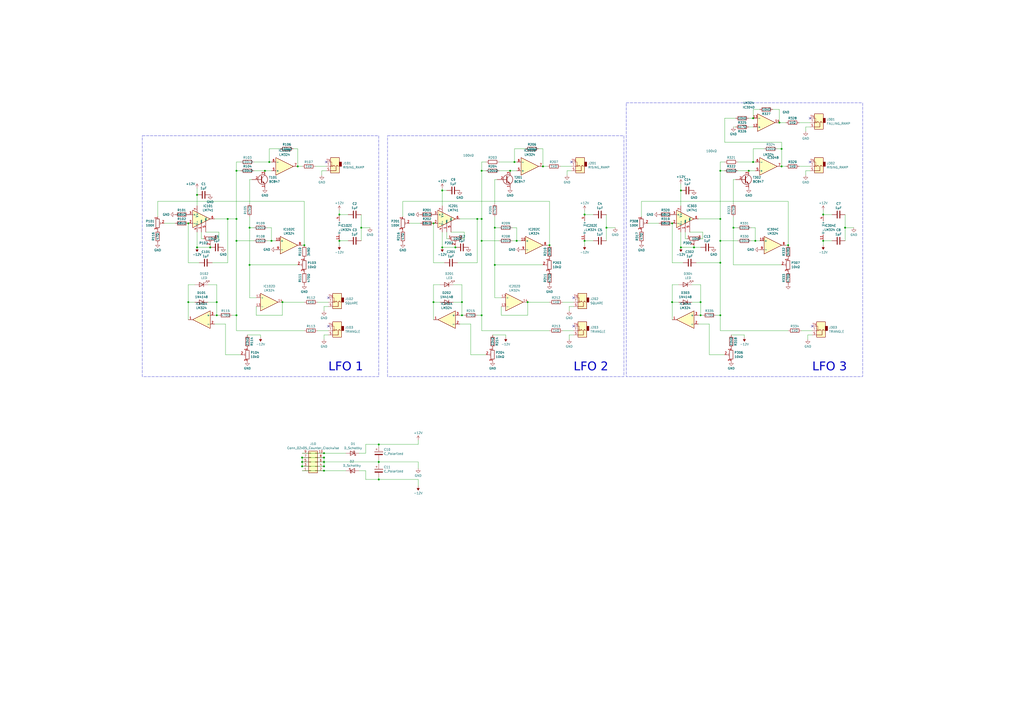
<source format=kicad_sch>
(kicad_sch (version 20230121) (generator eeschema)
  (paper "A2")
  (lib_symbols
    (symbol "Amplifier_Operational:LM324" (pin_names (offset 0.127))
      (property "Reference" "U" (at 0 5.08 0))
      (property "Value" "LM324" (at 0 -5.08 0))
      (symbol "LM324_1_1"
        (pin output line (at 7.62 0 180) (length 2.54) (name "~") (number "1"))
        (pin input line (at -7.62 -2.54 0) (length 2.54) (name "-") (number "2"))
        (pin input line (at -7.62 2.54 0) (length 2.54) (name "+") (number "3"))
      )
      (symbol "LM324_2_1"
        (pin input line (at -7.62 2.54 0) (length 2.54) (name "+") (number "5"))
        (pin input line (at -7.62 -2.54 0) (length 2.54) (name "-") (number "6"))
        (pin output line (at 7.62 0 180) (length 2.54) (name "~") (number "7"))
      )
      (symbol "LM324_3_1"
        (pin input line (at -7.62 2.54 0) (length 2.54) (name "+") (number "10"))
        (pin output line (at 7.62 0 180) (length 2.54) (name "~") (number "8"))
        (pin input line (at -7.62 -2.54 0) (length 2.54) (name "-") (number "9"))
      )
      (symbol "LM324_4_1"
        (pin input line (at -7.62 2.54 0) (length 2.54) (name "+") (number "12"))
        (pin input line (at -7.62 -2.54 0) (length 2.54) (name "-") (number "13"))
        (pin output line (at 7.62 0 180) (length 2.54) (name "~") (number "14"))
      )
      (symbol "LM324_5_1"
        (pin power_in line (at -2.54 -7.62 90) (length 3.81) (name "V-") (number "11"))
        (pin power_in line (at -2.54 7.62 270) (length 3.81) (name "V+") (number "4"))
      )
    )
    (symbol "Amplifier_Operational:LM741" (pin_names (offset 0.127))
      (property "Reference" "U" (at 0 6.35 0))
      (property "Value" "LM741" (at 0 3.81 0))
      (symbol "LM741_1_1"
        (pin input line (at 0 -7.62 90) (length 5.08) (name "NULL") (number "1"))
        (pin input line (at -7.62 -2.54 0) (length 2.54) (name "-") (number "2"))
        (pin input line (at -7.62 2.54 0) (length 2.54) (name "+") (number "3"))
        (pin power_in line (at -2.54 -7.62 90) (length 3.81) (name "V-") (number "4"))
        (pin input line (at 2.54 -7.62 90) (length 6.35) (name "NULL") (number "5"))
        (pin output line (at 7.62 0 180) (length 2.54) (name "~") (number "6"))
        (pin power_in line (at -2.54 7.62 270) (length 3.81) (name "V+") (number "7"))
        (pin no_connect line (at 0 2.54 270) (length 2.54) hide (name "NC") (number "8"))
      )
    )
    (symbol "Connector_Audio:AudioJack2_SwitchT"
      (property "Reference" "J" (at 0 8.89 0))
      (property "Value" "AudioJack2_SwitchT" (at 0 6.35 0))
      (symbol "AudioJack2_SwitchT_1_1"
        (pin passive line (at 5.08 2.54 180) (length 2.54) (name "~") (number "S"))
        (pin passive line (at 5.08 0 180) (length 2.54) (name "~") (number "T"))
        (pin passive line (at 5.08 -2.54 180) (length 2.54) (name "~") (number "TN"))
      )
    )
    (symbol "Connector_Generic:Conn_02x05_Odd_Even" (pin_names (offset 1.016) hide)
      (property "Reference" "J" (at 1.27 7.62 0))
      (property "Value" "Conn_02x05_Odd_Even" (at 1.27 -7.62 0))
      (symbol "Conn_02x05_Odd_Even_1_1"
        (pin passive line (at -5.08 5.08 0) (length 3.81) (name "Pin_1") (number "1"))
        (pin passive line (at 7.62 -5.08 180) (length 3.81) (name "Pin_10") (number "10"))
        (pin passive line (at 7.62 5.08 180) (length 3.81) (name "Pin_2") (number "2"))
        (pin passive line (at -5.08 2.54 0) (length 3.81) (name "Pin_3") (number "3"))
        (pin passive line (at 7.62 2.54 180) (length 3.81) (name "Pin_4") (number "4"))
        (pin passive line (at -5.08 0 0) (length 3.81) (name "Pin_5") (number "5"))
        (pin passive line (at 7.62 0 180) (length 3.81) (name "Pin_6") (number "6"))
        (pin passive line (at -5.08 -2.54 0) (length 3.81) (name "Pin_7") (number "7"))
        (pin passive line (at 7.62 -2.54 180) (length 3.81) (name "Pin_8") (number "8"))
        (pin passive line (at -5.08 -5.08 0) (length 3.81) (name "Pin_9") (number "9"))
      )
    )
    (symbol "Device:C" (pin_numbers hide) (pin_names (offset 0.254))
      (property "Reference" "C" (at 0.635 2.54 0))
      (property "Value" "C" (at 0.635 -2.54 0))
      (symbol "C_1_1"
        (pin passive line (at 0 3.81 270) (length 2.794) (name "~") (number "1"))
        (pin passive line (at 0 -3.81 90) (length 2.794) (name "~") (number "2"))
      )
    )
    (symbol "Device:C_Polarized" (pin_numbers hide) (pin_names (offset 0.254))
      (property "Reference" "C" (at 0.635 2.54 0))
      (property "Value" "C_Polarized" (at 0.635 -2.54 0))
      (symbol "C_Polarized_1_1"
        (pin passive line (at 0 3.81 270) (length 2.794) (name "~") (number "1"))
        (pin passive line (at 0 -3.81 90) (length 2.794) (name "~") (number "2"))
      )
    )
    (symbol "Device:D" (pin_numbers hide) (pin_names (offset 1.016) hide)
      (property "Reference" "D" (at 0 2.54 0))
      (property "Value" "D" (at 0 -2.54 0))
      (symbol "D_1_1"
        (pin passive line (at -3.81 0 0) (length 2.54) (name "K") (number "1"))
        (pin passive line (at 3.81 0 180) (length 2.54) (name "A") (number "2"))
      )
    )
    (symbol "Device:D_Schottky" (pin_numbers hide) (pin_names (offset 1.016) hide)
      (property "Reference" "D" (at 0 2.54 0))
      (property "Value" "D_Schottky" (at 0 -2.54 0))
      (symbol "D_Schottky_1_1"
        (pin passive line (at -3.81 0 0) (length 2.54) (name "K") (number "1"))
        (pin passive line (at 3.81 0 180) (length 2.54) (name "A") (number "2"))
      )
    )
    (symbol "Device:LED" (pin_numbers hide) (pin_names (offset 1.016) hide)
      (property "Reference" "D" (at 0 2.54 0))
      (property "Value" "LED" (at 0 -2.54 0))
      (symbol "LED_1_1"
        (pin passive line (at -3.81 0 0) (length 2.54) (name "K") (number "1"))
        (pin passive line (at 3.81 0 180) (length 2.54) (name "A") (number "2"))
      )
    )
    (symbol "Device:R" (pin_numbers hide) (pin_names (offset 0))
      (property "Reference" "R" (at 2.032 0 90))
      (property "Value" "R" (at 0 0 90))
      (symbol "R_1_1"
        (pin passive line (at 0 3.81 270) (length 1.27) (name "~") (number "1"))
        (pin passive line (at 0 -3.81 90) (length 1.27) (name "~") (number "2"))
      )
    )
    (symbol "Device:R_Potentiometer_Trim" (pin_names (offset 1.016) hide)
      (property "Reference" "RV" (at -4.445 0 90))
      (property "Value" "R_Potentiometer_Trim" (at -2.54 0 90))
      (symbol "R_Potentiometer_Trim_1_1"
        (pin passive line (at 0 3.81 270) (length 1.27) (name "1") (number "1"))
        (pin passive line (at 3.81 0 180) (length 1.27) (name "2") (number "2"))
        (pin passive line (at 0 -3.81 90) (length 1.27) (name "3") (number "3"))
      )
    )
    (symbol "Transistor_BJT:BC108" (pin_names (offset 0) hide)
      (property "Reference" "Q" (at 5.08 1.905 0))
      (property "Value" "BC108" (at 5.08 0 0))
      (symbol "BC108_1_1"
        (pin passive line (at 2.54 -5.08 90) (length 2.54) (name "E") (number "1"))
        (pin input line (at -5.08 0 0) (length 5.715) (name "B") (number "2"))
        (pin passive line (at 2.54 5.08 270) (length 2.54) (name "C") (number "3"))
      )
    )
    (symbol "power:+12V" (power) (pin_names (offset 0))
      (property "Value" "+12V" (at 0 3.556 0))
      (symbol "+12V_1_1"
        (pin power_in line (at 0 0 90) (length 0) hide (name "+12V") (number "1"))
      )
    )
    (symbol "power:-12V" (power) (pin_names (offset 0))
      (property "Value" "-12V" (at 0 3.81 0))
      (symbol "-12V_0_0"
        (pin power_in line (at 0 0 90) (length 0) hide (name "-12V") (number "1"))
      )
    )
    (symbol "power:GND" (power) (pin_names (offset 0))
      (property "Value" "GND" (at 0 -3.81 0))
      (symbol "GND_1_1"
        (pin power_in line (at 0 0 270) (length 0) hide (name "GND") (number "1"))
      )
    )
  )
  (junction (at 187.96 270.51))
  (junction (at 339.09 139.7))
  (junction (at 256.54 143.51))
  (junction (at 436.88 68.58))
  (junction (at 187.96 267.97))
  (junction (at 144.78 153.67))
  (junction (at 175.26 267.97))
  (junction (at 163.83 175.26))
  (junction (at 156.21 93.98))
  (junction (at 295.91 99.06))
  (junction (at 417.83 152.4))
  (junction (at 434.34 99.06))
  (junction (at 187.96 262.89))
  (junction (at 125.73 175.26))
  (junction (at 196.85 139.7))
  (junction (at 109.22 129.54))
  (junction (at 137.16 99.06))
  (junction (at 306.07 175.26))
  (junction (at 457.2 142.24))
  (junction (at 314.96 96.52))
  (junction (at 298.45 93.98))
  (junction (at 425.45 132.08))
  (junction (at 256.54 110.49))
  (junction (at 279.4 127))
  (junction (at 209.55 132.08))
  (junction (at 402.59 143.51))
  (junction (at 153.67 99.06))
  (junction (at 251.46 175.26))
  (junction (at 267.97 182.88))
  (junction (at 121.92 143.51))
  (junction (at 452.12 71.12))
  (junction (at 351.79 132.08))
  (junction (at 144.78 132.08))
  (junction (at 394.97 110.49))
  (junction (at 137.16 139.7))
  (junction (at 187.96 273.05))
  (junction (at 109.22 175.26))
  (junction (at 172.72 96.52))
  (junction (at 114.3 113.03))
  (junction (at 453.39 86.36))
  (junction (at 287.02 132.08))
  (junction (at 406.4 182.88))
  (junction (at 417.83 139.7))
  (junction (at 276.86 127))
  (junction (at 267.97 175.26))
  (junction (at 318.77 142.24))
  (junction (at 417.83 182.88))
  (junction (at 187.96 265.43))
  (junction (at 299.72 139.7))
  (junction (at 436.88 93.98))
  (junction (at 279.4 182.88))
  (junction (at 287.02 153.67))
  (junction (at 438.15 139.7))
  (junction (at 406.4 175.26))
  (junction (at 176.53 142.24))
  (junction (at 219.71 267.97))
  (junction (at 132.08 127))
  (junction (at 453.39 96.52))
  (junction (at 279.4 99.06))
  (junction (at 490.22 132.08))
  (junction (at 279.4 139.7))
  (junction (at 219.71 278.13))
  (junction (at 264.16 143.51))
  (junction (at 339.09 124.46))
  (junction (at 125.73 182.88))
  (junction (at 157.48 139.7))
  (junction (at 417.83 127))
  (junction (at 417.83 99.06))
  (junction (at 175.26 270.51))
  (junction (at 137.16 182.88))
  (junction (at 477.52 139.7))
  (junction (at 114.3 143.51))
  (junction (at 137.16 127))
  (junction (at 389.89 129.54))
  (junction (at 394.97 143.51))
  (junction (at 219.71 257.81))
  (junction (at 175.26 265.43))
  (junction (at 251.46 129.54))
  (junction (at 477.52 124.46))
  (junction (at 196.85 124.46))
  (junction (at 389.89 175.26))
  (no_connect (at 331.47 93.98))
  (no_connect (at 469.9 68.58))
  (no_connect (at 190.5 172.72))
  (no_connect (at 469.9 93.98))
  (no_connect (at 190.5 189.23))
  (no_connect (at 332.74 189.23))
  (no_connect (at 189.23 93.98))
  (no_connect (at 471.17 189.23))
  (no_connect (at 332.74 172.72))
  (wire (pts (xy 175.26 142.24) (xy 176.53 142.24)))
  (wire (pts (xy 114.3 109.22) (xy 114.3 113.03)))
  (wire (pts (xy 287.02 153.67) (xy 287.02 172.72)))
  (wire (pts (xy 477.52 124.46) (xy 482.6 124.46)))
  (wire (pts (xy 389.89 165.1) (xy 389.89 175.26)))
  (wire (pts (xy 420.37 68.58) (xy 426.72 68.58)))
  (wire (pts (xy 273.05 205.74) (xy 273.05 187.96)))
  (wire (pts (xy 116.84 138.43) (xy 116.84 134.62)))
  (wire (pts (xy 209.55 132.08) (xy 209.55 139.7)))
  (wire (pts (xy 434.34 73.66) (xy 436.88 73.66)))
  (wire (pts (xy 389.89 129.54) (xy 389.89 152.4)))
  (wire (pts (xy 407.67 138.43) (xy 407.67 134.62)))
  (wire (pts (xy 331.47 99.06) (xy 328.93 99.06)))
  (wire (pts (xy 434.34 68.58) (xy 436.88 68.58)))
  (wire (pts (xy 436.88 63.5) (xy 440.69 63.5)))
  (wire (pts (xy 397.51 138.43) (xy 397.51 134.62)))
  (wire (pts (xy 279.4 99.06) (xy 281.94 99.06)))
  (wire (pts (xy 187.96 270.51) (xy 187.96 267.97)))
  (wire (pts (xy 417.83 99.06) (xy 417.83 127)))
  (wire (pts (xy 469.9 73.66) (xy 467.36 73.66)))
  (wire (pts (xy 139.7 93.98) (xy 137.16 93.98)))
  (wire (pts (xy 120.65 175.26) (xy 125.73 175.26)))
  (wire (pts (xy 438.15 132.08) (xy 438.15 139.7)))
  (wire (pts (xy 262.89 165.1) (xy 267.97 165.1)))
  (wire (pts (xy 452.12 63.5) (xy 452.12 71.12)))
  (wire (pts (xy 137.16 191.77) (xy 176.53 191.77)))
  (wire (pts (xy 251.46 129.54) (xy 251.46 152.4)))
  (wire (pts (xy 172.72 86.36) (xy 172.72 96.52)))
  (wire (pts (xy 332.74 177.8) (xy 330.2 177.8)))
  (wire (pts (xy 326.39 175.26) (xy 332.74 175.26)))
  (wire (pts (xy 425.45 73.66) (xy 426.72 73.66)))
  (wire (pts (xy 156.21 93.98) (xy 157.48 93.98)))
  (wire (pts (xy 144.78 104.14) (xy 146.05 104.14)))
  (wire (pts (xy 262.89 175.26) (xy 267.97 175.26)))
  (wire (pts (xy 394.97 134.62) (xy 394.97 143.51)))
  (wire (pts (xy 372.11 125.73) (xy 372.11 116.84)))
  (wire (pts (xy 295.91 99.06) (xy 299.72 99.06)))
  (wire (pts (xy 436.88 68.58) (xy 436.88 63.5)))
  (wire (pts (xy 184.15 191.77) (xy 190.5 191.77)))
  (wire (pts (xy 306.07 175.26) (xy 318.77 175.26)))
  (wire (pts (xy 417.83 99.06) (xy 420.37 99.06)))
  (wire (pts (xy 356.87 132.08) (xy 351.79 132.08)))
  (wire (pts (xy 401.32 165.1) (xy 406.4 165.1)))
  (wire (pts (xy 477.52 142.24) (xy 477.52 139.7)))
  (wire (pts (xy 109.22 165.1) (xy 109.22 175.26)))
  (wire (pts (xy 251.46 152.4) (xy 257.81 152.4)))
  (wire (pts (xy 182.88 96.52) (xy 189.23 96.52)))
  (wire (pts (xy 402.59 143.51) (xy 394.97 143.51)))
  (wire (pts (xy 143.51 194.31) (xy 151.13 194.31)))
  (wire (pts (xy 287.02 125.73) (xy 287.02 132.08)))
  (wire (pts (xy 477.52 121.92) (xy 477.52 124.46)))
  (wire (pts (xy 212.09 273.05) (xy 212.09 278.13)))
  (wire (pts (xy 157.48 132.08) (xy 157.48 139.7)))
  (wire (pts (xy 187.96 177.8) (xy 187.96 180.34)))
  (wire (pts (xy 125.73 182.88) (xy 127 182.88)))
  (wire (pts (xy 417.83 139.7) (xy 427.99 139.7)))
  (wire (pts (xy 281.94 205.74) (xy 273.05 205.74)))
  (wire (pts (xy 237.49 129.54) (xy 243.84 129.54)))
  (wire (pts (xy 266.7 127) (xy 276.86 127)))
  (wire (pts (xy 463.55 71.12) (xy 469.9 71.12)))
  (wire (pts (xy 256.54 110.49) (xy 259.08 110.49)))
  (wire (pts (xy 212.09 278.13) (xy 219.71 278.13)))
  (wire (pts (xy 328.93 99.06) (xy 328.93 101.6)))
  (wire (pts (xy 389.89 175.26) (xy 389.89 185.42)))
  (wire (pts (xy 314.96 96.52) (xy 317.5 96.52)))
  (wire (pts (xy 339.09 142.24) (xy 339.09 139.7)))
  (wire (pts (xy 148.59 177.8) (xy 148.59 182.88)))
  (wire (pts (xy 435.61 139.7) (xy 438.15 139.7)))
  (wire (pts (xy 431.8 194.31) (xy 431.8 195.58)))
  (wire (pts (xy 147.32 93.98) (xy 156.21 93.98)))
  (wire (pts (xy 401.32 175.26) (xy 406.4 175.26)))
  (wire (pts (xy 109.22 129.54) (xy 109.22 152.4)))
  (wire (pts (xy 425.45 153.67) (xy 453.39 153.67)))
  (wire (pts (xy 427.99 99.06) (xy 434.34 99.06)))
  (wire (pts (xy 406.4 182.88) (xy 405.13 182.88)))
  (wire (pts (xy 424.18 194.31) (xy 431.8 194.31)))
  (wire (pts (xy 265.43 152.4) (xy 276.86 152.4)))
  (wire (pts (xy 125.73 175.26) (xy 125.73 182.88)))
  (wire (pts (xy 170.18 86.36) (xy 172.72 86.36)))
  (wire (pts (xy 219.71 267.97) (xy 242.57 267.97)))
  (wire (pts (xy 394.97 106.68) (xy 394.97 110.49)))
  (wire (pts (xy 436.88 93.98) (xy 438.15 93.98)))
  (wire (pts (xy 175.26 267.97) (xy 187.96 267.97)))
  (wire (pts (xy 125.73 182.88) (xy 124.46 182.88)))
  (wire (pts (xy 267.97 138.43) (xy 269.24 138.43)))
  (wire (pts (xy 495.3 132.08) (xy 490.22 132.08)))
  (wire (pts (xy 127 138.43) (xy 127 134.62)))
  (wire (pts (xy 125.73 138.43) (xy 127 138.43)))
  (wire (pts (xy 264.16 142.24) (xy 264.16 143.51)))
  (wire (pts (xy 477.52 139.7) (xy 482.6 139.7)))
  (wire (pts (xy 453.39 82.55) (xy 453.39 86.36)))
  (wire (pts (xy 398.78 138.43) (xy 397.51 138.43)))
  (wire (pts (xy 306.07 182.88) (xy 306.07 175.26)))
  (wire (pts (xy 144.78 125.73) (xy 144.78 132.08)))
  (wire (pts (xy 326.39 191.77) (xy 332.74 191.77)))
  (wire (pts (xy 242.57 278.13) (xy 242.57 281.94)))
  (wire (pts (xy 163.83 182.88) (xy 163.83 175.26)))
  (wire (pts (xy 130.81 187.96) (xy 124.46 187.96)))
  (wire (pts (xy 176.53 116.84) (xy 176.53 142.24)))
  (wire (pts (xy 425.45 132.08) (xy 427.99 132.08)))
  (wire (pts (xy 467.36 73.66) (xy 467.36 76.2)))
  (wire (pts (xy 279.4 191.77) (xy 318.77 191.77)))
  (wire (pts (xy 287.02 172.72) (xy 290.83 172.72)))
  (wire (pts (xy 434.34 99.06) (xy 438.15 99.06)))
  (wire (pts (xy 417.83 152.4) (xy 417.83 182.88)))
  (wire (pts (xy 251.46 165.1) (xy 251.46 175.26)))
  (wire (pts (xy 425.45 104.14) (xy 425.45 118.11)))
  (wire (pts (xy 393.7 175.26) (xy 389.89 175.26)))
  (wire (pts (xy 212.09 262.89) (xy 212.09 257.81)))
  (wire (pts (xy 436.88 86.36) (xy 436.88 93.98)))
  (wire (pts (xy 184.15 175.26) (xy 190.5 175.26)))
  (wire (pts (xy 139.7 205.74) (xy 130.81 205.74)))
  (wire (pts (xy 389.89 152.4) (xy 396.24 152.4)))
  (wire (pts (xy 267.97 165.1) (xy 267.97 175.26)))
  (wire (pts (xy 153.67 99.06) (xy 157.48 99.06)))
  (wire (pts (xy 267.97 182.88) (xy 269.24 182.88)))
  (wire (pts (xy 132.08 152.4) (xy 132.08 127)))
  (wire (pts (xy 375.92 129.54) (xy 382.27 129.54)))
  (wire (pts (xy 420.37 205.74) (xy 411.48 205.74)))
  (wire (pts (xy 420.37 93.98) (xy 417.83 93.98)))
  (wire (pts (xy 127 134.62) (xy 119.38 134.62)))
  (wire (pts (xy 297.18 139.7) (xy 299.72 139.7)))
  (wire (pts (xy 435.61 132.08) (xy 438.15 132.08)))
  (wire (pts (xy 219.71 269.24) (xy 219.71 267.97)))
  (wire (pts (xy 251.46 175.26) (xy 251.46 185.42)))
  (wire (pts (xy 144.78 153.67) (xy 144.78 172.72)))
  (wire (pts (xy 109.22 152.4) (xy 115.57 152.4)))
  (wire (pts (xy 175.26 265.43) (xy 187.96 265.43)))
  (wire (pts (xy 293.37 194.31) (xy 293.37 195.58)))
  (wire (pts (xy 130.81 205.74) (xy 130.81 187.96)))
  (wire (pts (xy 332.74 194.31) (xy 330.2 194.31)))
  (wire (pts (xy 123.19 152.4) (xy 132.08 152.4)))
  (wire (pts (xy 411.48 187.96) (xy 405.13 187.96)))
  (wire (pts (xy 144.78 153.67) (xy 172.72 153.67)))
  (wire (pts (xy 233.68 125.73) (xy 233.68 116.84)))
  (wire (pts (xy 405.13 127) (xy 417.83 127)))
  (wire (pts (xy 290.83 177.8) (xy 290.83 182.88)))
  (wire (pts (xy 121.92 143.51) (xy 114.3 143.51)))
  (wire (pts (xy 351.79 132.08) (xy 351.79 139.7)))
  (wire (pts (xy 314.96 86.36) (xy 314.96 96.52)))
  (wire (pts (xy 298.45 93.98) (xy 299.72 93.98)))
  (wire (pts (xy 134.62 182.88) (xy 137.16 182.88)))
  (wire (pts (xy 273.05 187.96) (xy 266.7 187.96)))
  (wire (pts (xy 450.85 86.36) (xy 453.39 86.36)))
  (wire (pts (xy 144.78 132.08) (xy 147.32 132.08)))
  (wire (pts (xy 219.71 267.97) (xy 187.96 267.97)))
  (wire (pts (xy 189.23 99.06) (xy 186.69 99.06)))
  (wire (pts (xy 114.3 113.03) (xy 114.3 119.38)))
  (wire (pts (xy 219.71 278.13) (xy 242.57 278.13)))
  (wire (pts (xy 208.28 273.05) (xy 212.09 273.05)))
  (wire (pts (xy 279.4 93.98) (xy 279.4 99.06)))
  (wire (pts (xy 287.02 104.14) (xy 287.02 118.11)))
  (wire (pts (xy 417.83 191.77) (xy 417.83 182.88)))
  (wire (pts (xy 219.71 257.81) (xy 242.57 257.81)))
  (wire (pts (xy 187.96 267.97) (xy 187.96 265.43)))
  (wire (pts (xy 163.83 175.26) (xy 176.53 175.26)))
  (wire (pts (xy 351.79 124.46) (xy 351.79 132.08)))
  (wire (pts (xy 415.29 182.88) (xy 417.83 182.88)))
  (wire (pts (xy 425.45 104.14) (xy 426.72 104.14)))
  (wire (pts (xy 175.26 267.97) (xy 175.26 265.43)))
  (wire (pts (xy 298.45 86.36) (xy 298.45 93.98)))
  (wire (pts (xy 125.73 165.1) (xy 125.73 175.26)))
  (wire (pts (xy 438.15 139.7) (xy 440.69 139.7)))
  (wire (pts (xy 287.02 132.08) (xy 289.56 132.08)))
  (wire (pts (xy 154.94 132.08) (xy 157.48 132.08)))
  (wire (pts (xy 372.11 116.84) (xy 457.2 116.84)))
  (wire (pts (xy 463.55 96.52) (xy 469.9 96.52)))
  (wire (pts (xy 455.93 142.24) (xy 457.2 142.24)))
  (wire (pts (xy 330.2 177.8) (xy 330.2 180.34)))
  (wire (pts (xy 312.42 86.36) (xy 314.96 86.36)))
  (wire (pts (xy 276.86 182.88) (xy 279.4 182.88)))
  (wire (pts (xy 137.16 139.7) (xy 147.32 139.7)))
  (wire (pts (xy 154.94 139.7) (xy 157.48 139.7)))
  (wire (pts (xy 452.12 71.12) (xy 455.93 71.12)))
  (wire (pts (xy 279.4 139.7) (xy 289.56 139.7)))
  (wire (pts (xy 471.17 194.31) (xy 468.63 194.31)))
  (wire (pts (xy 172.72 96.52) (xy 175.26 96.52)))
  (wire (pts (xy 156.21 86.36) (xy 156.21 93.98)))
  (wire (pts (xy 113.03 165.1) (xy 109.22 165.1)))
  (wire (pts (xy 260.35 138.43) (xy 259.08 138.43)))
  (wire (pts (xy 137.16 127) (xy 137.16 139.7)))
  (wire (pts (xy 420.37 82.55) (xy 420.37 68.58)))
  (wire (pts (xy 219.71 276.86) (xy 219.71 278.13)))
  (wire (pts (xy 124.46 127) (xy 132.08 127)))
  (wire (pts (xy 196.85 121.92) (xy 196.85 124.46)))
  (wire (pts (xy 453.39 96.52) (xy 455.93 96.52)))
  (wire (pts (xy 285.75 194.31) (xy 293.37 194.31)))
  (wire (pts (xy 453.39 86.36) (xy 453.39 96.52)))
  (wire (pts (xy 196.85 124.46) (xy 201.93 124.46)))
  (wire (pts (xy 406.4 175.26) (xy 406.4 182.88)))
  (wire (pts (xy 299.72 132.08) (xy 299.72 139.7)))
  (wire (pts (xy 464.82 191.77) (xy 471.17 191.77)))
  (wire (pts (xy 394.97 110.49) (xy 394.97 119.38)))
  (wire (pts (xy 137.16 93.98) (xy 137.16 99.06)))
  (wire (pts (xy 443.23 86.36) (xy 436.88 86.36)))
  (wire (pts (xy 287.02 153.67) (xy 314.96 153.67)))
  (wire (pts (xy 109.22 175.26) (xy 109.22 185.42)))
  (wire (pts (xy 402.59 143.51) (xy 406.4 143.51)))
  (wire (pts (xy 411.48 205.74) (xy 411.48 187.96)))
  (wire (pts (xy 279.4 127) (xy 279.4 139.7)))
  (wire (pts (xy 468.63 194.31) (xy 468.63 196.85)))
  (wire (pts (xy 256.54 134.62) (xy 256.54 143.51)))
  (wire (pts (xy 137.16 191.77) (xy 137.16 182.88)))
  (wire (pts (xy 209.55 124.46) (xy 209.55 132.08)))
  (wire (pts (xy 281.94 93.98) (xy 279.4 93.98)))
  (wire (pts (xy 255.27 165.1) (xy 251.46 165.1)))
  (wire (pts (xy 151.13 194.31) (xy 151.13 195.58)))
  (wire (pts (xy 162.56 86.36) (xy 156.21 86.36)))
  (wire (pts (xy 276.86 152.4) (xy 276.86 127)))
  (wire (pts (xy 402.59 142.24) (xy 402.59 143.51)))
  (wire (pts (xy 233.68 116.84) (xy 318.77 116.84)))
  (wire (pts (xy 256.54 110.49) (xy 256.54 119.38)))
  (wire (pts (xy 425.45 132.08) (xy 425.45 153.67)))
  (wire (pts (xy 121.92 142.24) (xy 121.92 143.51)))
  (wire (pts (xy 339.09 124.46) (xy 344.17 124.46)))
  (wire (pts (xy 259.08 138.43) (xy 259.08 134.62)))
  (wire (pts (xy 113.03 175.26) (xy 109.22 175.26)))
  (wire (pts (xy 120.65 165.1) (xy 125.73 165.1)))
  (wire (pts (xy 297.18 132.08) (xy 299.72 132.08)))
  (wire (pts (xy 339.09 139.7) (xy 344.17 139.7)))
  (wire (pts (xy 219.71 259.08) (xy 219.71 257.81)))
  (wire (pts (xy 212.09 257.81) (xy 219.71 257.81)))
  (wire (pts (xy 304.8 86.36) (xy 298.45 86.36)))
  (wire (pts (xy 318.77 116.84) (xy 318.77 142.24)))
  (wire (pts (xy 406.4 182.88) (xy 407.67 182.88)))
  (wire (pts (xy 325.12 96.52) (xy 331.47 96.52)))
  (wire (pts (xy 175.26 273.05) (xy 187.96 273.05)))
  (wire (pts (xy 187.96 273.05) (xy 200.66 273.05)))
  (wire (pts (xy 137.16 99.06) (xy 137.16 127)))
  (wire (pts (xy 267.97 182.88) (xy 266.7 182.88)))
  (wire (pts (xy 219.71 266.7) (xy 219.71 267.97)))
  (wire (pts (xy 393.7 165.1) (xy 389.89 165.1)))
  (wire (pts (xy 187.96 262.89) (xy 200.66 262.89)))
  (wire (pts (xy 490.22 124.46) (xy 490.22 132.08)))
  (wire (pts (xy 175.26 262.89) (xy 187.96 262.89)))
  (wire (pts (xy 287.02 132.08) (xy 287.02 153.67)))
  (wire (pts (xy 469.9 99.06) (xy 467.36 99.06)))
  (wire (pts (xy 403.86 152.4) (xy 417.83 152.4)))
  (wire (pts (xy 148.59 182.88) (xy 163.83 182.88)))
  (wire (pts (xy 279.4 99.06) (xy 279.4 127)))
  (wire (pts (xy 132.08 127) (xy 137.16 127)))
  (wire (pts (xy 214.63 132.08) (xy 209.55 132.08)))
  (wire (pts (xy 267.97 175.26) (xy 267.97 182.88)))
  (wire (pts (xy 289.56 99.06) (xy 295.91 99.06)))
  (wire (pts (xy 490.22 132.08) (xy 490.22 139.7)))
  (wire (pts (xy 137.16 139.7) (xy 137.16 182.88)))
  (wire (pts (xy 242.57 267.97) (xy 242.57 271.78)))
  (wire (pts (xy 256.54 109.22) (xy 256.54 110.49)))
  (wire (pts (xy 269.24 134.62) (xy 261.62 134.62)))
  (wire (pts (xy 276.86 127) (xy 279.4 127)))
  (wire (pts (xy 420.37 82.55) (xy 453.39 82.55)))
  (wire (pts (xy 144.78 104.14) (xy 144.78 118.11)))
  (wire (pts (xy 279.4 191.77) (xy 279.4 182.88)))
  (wire (pts (xy 242.57 255.27) (xy 242.57 257.81)))
  (wire (pts (xy 196.85 142.24) (xy 196.85 139.7)))
  (wire (pts (xy 417.83 127) (xy 417.83 139.7)))
  (wire (pts (xy 144.78 132.08) (xy 144.78 153.67)))
  (wire (pts (xy 407.67 134.62) (xy 400.05 134.62)))
  (wire (pts (xy 175.26 270.51) (xy 187.96 270.51)))
  (wire (pts (xy 427.99 93.98) (xy 436.88 93.98)))
  (wire (pts (xy 330.2 194.31) (xy 330.2 196.85)))
  (wire (pts (xy 406.4 138.43) (xy 407.67 138.43)))
  (wire (pts (xy 91.44 116.84) (xy 176.53 116.84)))
  (wire (pts (xy 299.72 139.7) (xy 302.26 139.7)))
  (wire (pts (xy 114.3 134.62) (xy 114.3 143.51)))
  (wire (pts (xy 118.11 138.43) (xy 116.84 138.43)))
  (wire (pts (xy 137.16 99.06) (xy 139.7 99.06)))
  (wire (pts (xy 339.09 121.92) (xy 339.09 124.46)))
  (wire (pts (xy 187.96 194.31) (xy 187.96 196.85)))
  (wire (pts (xy 157.48 139.7) (xy 160.02 139.7)))
  (wire (pts (xy 190.5 177.8) (xy 187.96 177.8)))
  (wire (pts (xy 186.69 99.06) (xy 186.69 101.6)))
  (wire (pts (xy 91.44 125.73) (xy 91.44 116.84)))
  (wire (pts (xy 196.85 139.7) (xy 201.93 139.7)))
  (wire (pts (xy 406.4 165.1) (xy 406.4 175.26)))
  (wire (pts (xy 290.83 182.88) (xy 306.07 182.88)))
  (wire (pts (xy 208.28 262.89) (xy 212.09 262.89)))
  (wire (pts (xy 425.45 125.73) (xy 425.45 132.08)))
  (wire (pts (xy 417.83 93.98) (xy 417.83 99.06)))
  (wire (pts (xy 255.27 175.26) (xy 251.46 175.26)))
  (wire (pts (xy 287.02 104.14) (xy 288.29 104.14)))
  (wire (pts (xy 264.16 143.51) (xy 256.54 143.51)))
  (wire (pts (xy 95.25 129.54) (xy 101.6 129.54)))
  (wire (pts (xy 144.78 172.72) (xy 148.59 172.72)))
  (wire (pts (xy 175.26 270.51) (xy 175.26 267.97)))
  (wire (pts (xy 289.56 93.98) (xy 298.45 93.98)))
  (wire (pts (xy 457.2 116.84) (xy 457.2 142.24)))
  (wire (pts (xy 317.5 142.24) (xy 318.77 142.24)))
  (wire (pts (xy 190.5 194.31) (xy 187.96 194.31)))
  (wire (pts (xy 147.32 99.06) (xy 153.67 99.06)))
  (wire (pts (xy 417.83 139.7) (xy 417.83 152.4)))
  (wire (pts (xy 269.24 138.43) (xy 269.24 134.62)))
  (wire (pts (xy 467.36 99.06) (xy 467.36 101.6)))
  (wire (pts (xy 279.4 139.7) (xy 279.4 182.88)))
  (wire (pts (xy 448.31 63.5) (xy 452.12 63.5)))
  (wire (pts (xy 417.83 191.77) (xy 457.2 191.77)))
  (rectangle (start 363.22 59.69) (end 500.38 218.44) (stroke (width 0) (type dash)))
  (rectangle (start 82.55 78.74) (end 219.71 218.44) (stroke (width 0) (type dash)))
  (rectangle (start 224.79 78.74) (end 361.95 218.44) (stroke (width 0) (type dash)))
  (text "LFO 2" (at 332.74 217.17 0) (effects (font (size 5 5)) (justify left bottom)))
  (text "LFO 1\n" (at 190.5 217.17 0) (effects (font (size 5 5)) (justify left bottom)))
  (text "LFO 3\n" (at 471.17 217.17 0) (effects (font (size 5 5)) (justify left bottom)))
  (symbol (lib_id "power:GND") (at 372.11 140.97 0) (mirror y) (unit 1)
    (property "Reference" "#PWR037" (effects hide))
    (property "Value" "GND" (at 372.11 145.1031 0))
  )
  (symbol (lib_id "power:+12V") (at 242.57 255.27 0) (mirror y) (unit 1)
    (property "Reference" "#PWR049" (effects hide))
    (property "Value" "+12V" (at 242.57 251.1369 0))
  )
  (symbol (lib_id "power:GND") (at 467.36 76.2 0) (mirror y) (unit 1)
    (property "Reference" "#PWR042" (effects hide))
    (property "Value" "GND" (at 467.36 80.3331 0))
  )
  (symbol (lib_id "Device:D") (at 259.08 175.26 180) (unit 1)
    (property "Reference" "D202" (at 259.08 169.8457 0))
    (property "Value" "1N4148" (at 259.08 172.2699 0))
    (property "Footprint" "Diode_SMD:D_SOD-123" (effects hide))
    (property "Sim.Device" "D" (effects hide))
    (property "Sim.Pins" "1=K 2=A" (effects hide))
  )
  (symbol (lib_id "Device:R_Potentiometer_Trim") (at 121.92 138.43 90) (mirror x) (unit 1)
    (property "Reference" "P102" (at 115.57 140.97 90) (effects (justify right)))
    (property "Value" "10kΩ" (at 120.65 138.43 90) (effects (justify right)))
    (property "Footprint" "Potentiometer_THT:Potentiometer_Bourns_3296W_Vertical" (effects hide))
  )
  (symbol (lib_id "power:GND") (at 457.2 165.1 0) (mirror y) (unit 1)
    (property "Reference" "#PWR041" (effects hide))
    (property "Value" "GND" (at 455.93 65.0931 0))
  )
  (symbol (lib_id "Device:R") (at 461.01 191.77 90) (unit 1)
    (property "Reference" "R334" (at 461.01 189.23 90))
    (property "Value" "1kΩ" (at 461.01 191.77 90))
    (property "Footprint" "Clacktronics:R_0603_1608Metric" (effects hide))
  )
  (symbol (lib_id "power:GND") (at 424.18 209.55 0) (mirror y) (unit 1)
    (property "Reference" "#PWR045" (effects hide))
    (property "Value" "GND" (at 424.18 213.6831 0))
  )
  (symbol (lib_id "Connector_Audio:AudioJack2_SwitchT") (at 337.82 191.77 180) (unit 1)
    (property "Reference" "J203" (at 342.392 189.9229 0) (effects (justify right)))
    (property "Value" "TRIANGLE" (at 342.392 192.3471 0) (effects (justify right)))
    (property "Footprint" "AudioJacks:Jack_3.5mm_QingPu_WQP-PJ366ST_Vertical" (effects hide))
  )
  (symbol (lib_id "Device:R") (at 425.45 121.92 180) (unit 1)
    (property "Reference" "R323" (at 422.91 121.92 90))
    (property "Value" "47kΩ" (at 425.45 121.92 90))
    (property "Footprint" "Clacktronics:R_0603_1608Metric" (effects hide))
  )
  (symbol (lib_id "Device:C") (at 125.73 143.51 90) (unit 1)
    (property "Reference" "C6" (at 125.73 137.2067 90))
    (property "Value" "1μF" (at 125.73 139.6309 90))
    (property "Footprint" "Clacktronics:C_0805_2012Metric" (effects hide))
  )
  (symbol (lib_id "power:GND") (at 330.2 196.85 0) (mirror y) (unit 1)
    (property "Reference" "#PWR029" (effects hide))
    (property "Value" "GND" (at 330.2 200.9831 0))
  )
  (symbol (lib_id "power:GND") (at 414.02 143.51 0) (mirror y) (unit 1)
    (property "Reference" "#PWR054" (effects hide))
    (property "Value" "GND" (at 414.02 147.6431 0))
  )
  (symbol (lib_id "Device:R") (at 287.02 121.92 180) (unit 1)
    (property "Reference" "R205" (at 284.48 121.92 90))
    (property "Value" "47kΩ" (at 287.02 121.92 90))
    (property "Footprint" "Clacktronics:R_0603_1608Metric" (effects hide))
  )
  (symbol (lib_id "power:GND") (at 233.68 140.97 0) (mirror y) (unit 1)
    (property "Reference" "#PWR022" (effects hide))
    (property "Value" "GND" (at 233.68 145.1031 0))
  )
  (symbol (lib_id "Connector_Audio:AudioJack2_SwitchT") (at 336.55 96.52 180) (unit 1)
    (property "Reference" "J201" (at 341.122 94.6729 0) (effects (justify right)))
    (property "Value" "RISING_RAMP" (at 341.122 97.0971 0) (effects (justify right)))
    (property "Footprint" "AudioJacks:Jack_3.5mm_QingPu_WQP-PJ366ST_Vertical" (effects hide))
  )
  (symbol (lib_id "Device:R") (at 411.48 182.88 90) (unit 1)
    (property "Reference" "R335" (at 411.48 180.34 90))
    (property "Value" "470Ω" (at 411.48 182.88 90))
    (property "Footprint" "Clacktronics:R_0603_1608Metric" (effects hide))
  )
  (symbol (lib_id "Device:R") (at 285.75 93.98 90) (unit 1)
    (property "Reference" "R203" (at 285.75 91.44 90))
    (property "Value" "100kΩ" (at 271.78 90.17 90))
    (property "Footprint" "Clacktronics:R_0603_1608Metric" (effects hide))
  )
  (symbol (lib_id "Device:C") (at 347.98 124.46 90) (unit 1)
    (property "Reference" "C4" (at 347.98 118.1567 90))
    (property "Value" "1μF" (at 347.98 120.5809 90))
    (property "Footprint" "Clacktronics:C_0805_2012Metric" (effects hide))
  )
  (symbol (lib_id "power:GND") (at 121.92 113.03 0) (mirror y) (unit 1)
    (property "Reference" "#PWR050" (effects hide))
    (property "Value" "GND" (at 121.92 117.1631 0))
  )
  (symbol (lib_id "power:GND") (at 214.63 132.08 0) (mirror y) (unit 1)
    (property "Reference" "#PWR015" (effects hide))
    (property "Value" "GND" (at 214.63 136.2131 0))
  )
  (symbol (lib_id "Device:C") (at 205.74 139.7 90) (unit 1)
    (property "Reference" "C3" (at 205.74 133.3967 90))
    (property "Value" "1μF" (at 205.74 135.8209 90))
    (property "Footprint" "Clacktronics:C_0805_2012Metric" (effects hide))
  )
  (symbol (lib_id "Device:R_Potentiometer_Trim") (at 372.11 129.54 0) (unit 1)
    (property "Reference" "P308" (at 370.3321 128.3279 0) (effects (justify right)))
    (property "Value" "100K" (at 370.3321 130.7521 0) (effects (justify right)))
    (property "Footprint" "Clacktronics:POT_TH_Alps_RK09K_Single_Vertical" (effects hide))
  )
  (symbol (lib_id "Device:C") (at 262.89 110.49 90) (unit 1)
    (property "Reference" "C9" (at 262.89 104.1867 90))
    (property "Value" "1μF" (at 262.89 106.6109 90))
    (property "Footprint" "Clacktronics:C_0805_2012Metric" (effects hide))
  )
  (symbol (lib_id "power:GND") (at 101.6 124.46 270) (mirror x) (unit 1)
    (property "Reference" "#PWR07" (effects hide))
    (property "Value" "GND" (at 98.4251 124.46 90) (effects (justify right)))
  )
  (symbol (lib_id "Device:R") (at 424.18 99.06 90) (unit 1)
    (property "Reference" "R322" (at 424.18 96.52 90))
    (property "Value" "100kΩ" (at 424.18 99.06 90))
    (property "Footprint" "Clacktronics:R_0603_1608Metric" (effects hide))
  )
  (symbol (lib_id "Transistor_BJT:BC108") (at 151.13 104.14 0) (unit 1)
    (property "Reference" "T101" (at 155.9814 102.9279 0) (effects (justify left)))
    (property "Value" "BC847" (at 155.9814 105.3521 0) (effects (justify left)))
    (property "Footprint" "Package_TO_SOT_SMD:SOT-23" (effects hide))
    (property "Datasheet" "http://www.b-kainka.de/Daten/Transistor/BC108.pdf" (effects hide))
  )
  (symbol (lib_id "Device:C_Polarized") (at 219.71 273.05 0) (unit 1)
    (property "Reference" "C11" (at 222.631 270.9489 0) (effects (justify left)))
    (property "Value" "C_Polarized" (at 222.631 273.3731 0) (effects (justify left)))
    (property "Footprint" "Capacitor_SMD:CP_Elec_4x3" (effects hide))
  )
  (symbol (lib_id "Device:R") (at 285.75 99.06 90) (unit 1)
    (property "Reference" "R204" (at 285.75 96.52 90))
    (property "Value" "100kΩ" (at 285.75 99.06 90))
    (property "Footprint" "Clacktronics:R_0603_1608Metric" (effects hide))
  )
  (symbol (lib_id "Transistor_BJT:BC108") (at 431.8 104.14 0) (unit 1)
    (property "Reference" "T302" (at 436.6514 102.9279 0) (effects (justify left)))
    (property "Value" "BC847" (at 436.6514 105.3521 0) (effects (justify left)))
    (property "Footprint" "Package_TO_SOT_SMD:SOT-23" (effects hide))
    (property "Datasheet" "http://www.b-kainka.de/Daten/Transistor/BC108.pdf" (effects hide))
  )
  (symbol (lib_id "power:GND") (at 495.3 132.08 0) (mirror y) (unit 1)
    (property "Reference" "#PWR036" (effects hide))
    (property "Value" "GND" (at 495.3 136.2131 0))
  )
  (symbol (lib_id "Device:R") (at 143.51 99.06 90) (unit 1)
    (property "Reference" "R104" (at 143.51 96.52 90))
    (property "Value" "100kΩ" (at 143.51 99.06 90))
    (property "Footprint" "Clacktronics:R_0603_1608Metric" (effects hide))
  )
  (symbol (lib_id "Device:C") (at 205.74 124.46 90) (unit 1)
    (property "Reference" "C2" (at 205.74 118.1567 90))
    (property "Value" "1μF" (at 205.74 120.5809 90))
    (property "Footprint" "Clacktronics:C_0805_2012Metric" (effects hide))
  )
  (symbol (lib_id "power:-12V") (at 151.13 195.58 180) (unit 1)
    (property "Reference" "#PWR08" (effects hide))
    (property "Value" "-12V" (at 151.13 199.7131 0))
  )
  (symbol (lib_id "Device:R") (at 322.58 191.77 90) (unit 1)
    (property "Reference" "R213" (at 322.58 189.23 90))
    (property "Value" "1kΩ" (at 322.58 191.77 90))
    (property "Footprint" "Clacktronics:R_0603_1608Metric" (effects hide))
  )
  (symbol (lib_id "Device:R_Potentiometer_Trim") (at 176.53 153.67 0) (mirror y) (unit 1)
    (property "Reference" "P103" (at 178.308 152.4579 0) (effects (justify right)))
    (property "Value" "10kΩ" (at 178.308 154.8821 0) (effects (justify right)))
    (property "Footprint" "Potentiometer_THT:Potentiometer_Bourns_3296W_Vertical" (effects hide))
  )
  (symbol (lib_id "power:-12V") (at 339.09 142.24 180) (unit 1)
    (property "Reference" "#PWR023" (effects hide))
    (property "Value" "-12V" (at 339.09 146.3731 0))
  )
  (symbol (lib_id "Device:R") (at 166.37 86.36 90) (unit 1)
    (property "Reference" "R106" (at 166.37 83.82 90))
    (property "Value" "100kΩ" (at 166.37 86.36 90))
    (property "Footprint" "Clacktronics:R_0603_1608Metric" (effects hide))
  )
  (symbol (lib_id "power:-12V") (at 394.97 143.51 180) (unit 1)
    (property "Reference" "#PWR039" (effects hide))
    (property "Value" "-12V" (at 394.97 147.6431 0))
  )
  (symbol (lib_id "power:-12V") (at 114.3 143.51 180) (unit 1)
    (property "Reference" "#PWR05" (effects hide))
    (property "Value" "-12V" (at 114.3 147.6431 0))
  )
  (symbol (lib_id "Device:R") (at 424.18 198.12 0) (unit 1)
    (property "Reference" "R318" (at 426.72 198.12 90))
    (property "Value" "22kΩ" (at 424.18 198.12 90))
    (property "Footprint" "Clacktronics:R_0603_1608Metric" (effects hide))
  )
  (symbol (lib_id "power:GND") (at 129.54 143.51 0) (mirror y) (unit 1)
    (property "Reference" "#PWR051" (effects hide))
    (property "Value" "GND" (at 129.54 147.6431 0))
  )
  (symbol (lib_id "Connector_Audio:AudioJack2_SwitchT") (at 476.25 191.77 180) (unit 1)
    (property "Reference" "J303" (at 480.822 189.9229 0) (effects (justify right)))
    (property "Value" "TRIANGLE" (at 480.822 192.3471 0) (effects (justify right)))
    (property "Footprint" "AudioJacks:Jack_3.5mm_QingPu_WQP-PJ366ST_Vertical" (effects hide))
  )
  (symbol (lib_id "power:GND") (at 153.67 109.22 0) (mirror y) (unit 1)
    (property "Reference" "#PWR010" (effects hide))
    (property "Value" "GND" (at 153.67 113.3531 0))
  )
  (symbol (lib_id "Device:R") (at 151.13 132.08 90) (unit 1)
    (property "Reference" "R109" (at 151.13 129.54 90))
    (property "Value" "100kΩ" (at 151.13 132.08 90))
    (property "Footprint" "Clacktronics:R_0603_1608Metric" (effects hide))
  )
  (symbol (lib_id "Device:R") (at 386.08 129.54 90) (unit 1)
    (property "Reference" "R319" (at 386.08 127 90))
    (property "Value" "68kΩ" (at 386.08 129.54 90))
    (property "Footprint" "Clacktronics:R_0603_1608Metric" (effects hide))
  )
  (symbol (lib_id "power:GND") (at 440.69 144.78 270) (mirror x) (unit 1)
    (property "Reference" "#PWR040" (effects hide))
    (property "Value" "GND" (at 437.5151 144.78 90) (effects (justify right)))
  )
  (symbol (lib_id "Device:C") (at 347.98 139.7 90) (unit 1)
    (property "Reference" "C5" (at 347.98 133.3967 90))
    (property "Value" "1μF" (at 347.98 135.8209 90))
    (property "Footprint" "Clacktronics:C_0805_2012Metric" (effects hide))
  )
  (symbol (lib_id "power:GND") (at 467.36 101.6 0) (mirror y) (unit 1)
    (property "Reference" "#PWR031" (effects hide))
    (property "Value" "GND" (at 467.36 105.7331 0))
  )
  (symbol (lib_id "power:GND") (at 242.57 271.78 0) (mirror y) (unit 1)
    (property "Reference" "#PWR047" (effects hide))
    (property "Value" "GND" (at 242.57 275.9131 0))
  )
  (symbol (lib_id "Amplifier_Operational:LM324") (at 307.34 96.52 0) (mirror x) (unit 2)
    (property "Reference" "IC202" (at 307.34 87.2957 0))
    (property "Value" "LM324" (at 307.34 89.7199 0))
    (property "Footprint" "Package_SO:SOIC-14_3.9x8.7mm_P1.27mm" (effects hide))
    (property "Datasheet" "http://www.ti.com/lit/ds/symlink/lm2902-n.pdf" (effects hide))
  )
  (symbol (lib_id "Device:R") (at 247.65 129.54 90) (unit 1)
    (property "Reference" "R202" (at 247.65 127 90))
    (property "Value" "68kΩ" (at 247.65 129.54 90))
    (property "Footprint" "Clacktronics:R_0603_1608Metric" (effects hide))
  )
  (symbol (lib_id "Connector_Audio:AudioJack2_SwitchT") (at 474.98 71.12 180) (unit 1)
    (property "Reference" "J301" (at 479.552 69.2729 0) (effects (justify right)))
    (property "Value" "FALLING_RAMP" (at 479.552 71.6971 0) (effects (justify right)))
    (property "Footprint" "AudioJacks:Jack_3.5mm_QingPu_WQP-PJ366ST_Vertical" (effects hide))
  )
  (symbol (lib_id "power:GND") (at 434.34 109.22 0) (mirror y) (unit 1)
    (property "Reference" "#PWR032" (effects hide))
    (property "Value" "GND" (at 434.34 113.3531 0))
  )
  (symbol (lib_id "Amplifier_Operational:LM324") (at 199.39 132.08 0) (unit 5)
    (property "Reference" "IC102" (at 197.485 130.8679 0) (effects (justify left)))
    (property "Value" "LM324" (at 197.485 133.2921 0) (effects (justify left)))
    (property "Footprint" "Package_SO:SOIC-14_3.9x8.7mm_P1.27mm" (effects hide))
    (property "Datasheet" "http://www.ti.com/lit/ds/symlink/lm2902-n.pdf" (effects hide))
  )
  (symbol (lib_id "Device:R") (at 431.8 139.7 90) (unit 1)
    (property "Reference" "R330" (at 431.8 137.16 90))
    (property "Value" "100kΩ" (at 431.8 139.7 90))
    (property "Footprint" "Clacktronics:R_0603_1608Metric" (effects hide))
  )
  (symbol (lib_id "Transistor_BJT:BC108") (at 293.37 104.14 0) (unit 1)
    (property "Reference" "T201" (at 298.2214 102.9279 0) (effects (justify left)))
    (property "Value" "BC847" (at 298.2214 105.3521 0) (effects (justify left)))
    (property "Footprint" "Package_TO_SOT_SMD:SOT-23" (effects hide))
    (property "Datasheet" "http://www.b-kainka.de/Daten/Transistor/BC108.pdf" (effects hide))
  )
  (symbol (lib_id "Device:R") (at 318.77 146.05 180) (unit 1)
    (property "Reference" "R210" (at 316.23 146.05 90))
    (property "Value" "3k9Ω" (at 318.77 146.05 90))
    (property "Footprint" "Clacktronics:R_0603_1608Metric" (effects hide))
  )
  (symbol (lib_id "Device:C") (at 486.41 124.46 90) (unit 1)
    (property "Reference" "C7" (at 486.41 118.1567 90))
    (property "Value" "1μF" (at 486.41 120.5809 90))
    (property "Footprint" "Clacktronics:C_0805_2012Metric" (effects hide))
  )
  (symbol (lib_id "Device:D") (at 397.51 175.26 180) (unit 1)
    (property "Reference" "D303" (at 397.51 169.8457 0))
    (property "Value" "1N4148" (at 397.51 172.2699 0))
    (property "Footprint" "Diode_SMD:D_SOD-123" (effects hide))
    (property "Sim.Device" "D" (effects hide))
    (property "Sim.Pins" "1=K 2=A" (effects hide))
  )
  (symbol (lib_id "Device:R_Potentiometer_Trim") (at 264.16 138.43 90) (mirror x) (unit 1)
    (property "Reference" "P202" (at 257.81 140.97 90) (effects (justify right)))
    (property "Value" "10kΩ" (at 262.89 138.43 90) (effects (justify right)))
    (property "Footprint" "Potentiometer_THT:Potentiometer_Bourns_3296W_Vertical" (effects hide))
  )
  (symbol (lib_id "power:-12V") (at 242.57 281.94 180) (unit 1)
    (property "Reference" "#PWR048" (effects hide))
    (property "Value" "-12V" (at 242.57 286.0731 0))
  )
  (symbol (lib_id "Device:C_Polarized") (at 219.71 262.89 0) (unit 1)
    (property "Reference" "C10" (at 222.631 260.7889 0) (effects (justify left)))
    (property "Value" "C_Polarized" (at 222.631 263.2131 0) (effects (justify left)))
    (property "Footprint" "Capacitor_SMD:CP_Elec_4x3" (effects hide))
  )
  (symbol (lib_id "power:GND") (at 186.69 101.6 0) (mirror y) (unit 1)
    (property "Reference" "#PWR011" (effects hide))
    (property "Value" "GND" (at 186.69 105.7331 0))
  )
  (symbol (lib_id "Amplifier_Operational:LM324") (at 397.51 185.42 0) (mirror y) (unit 1)
    (property "Reference" "IC304" (at 397.51 176.1957 0))
    (property "Value" "LM324" (at 397.51 178.6199 0))
    (property "Footprint" "Package_SO:SOIC-14_3.9x8.7mm_P1.27mm" (effects hide))
    (property "Datasheet" "http://www.ti.com/lit/ds/symlink/lm2902-n.pdf" (effects hide))
  )
  (symbol (lib_id "Device:C") (at 118.11 113.03 90) (unit 1)
    (property "Reference" "C1" (at 118.11 106.7267 90))
    (property "Value" "1μF" (at 118.11 109.1509 90))
    (property "Footprint" "Clacktronics:C_0805_2012Metric" (effects hide))
  )
  (symbol (lib_id "Device:R_Potentiometer_Trim") (at 424.18 205.74 0) (mirror y) (unit 1)
    (property "Reference" "P306" (at 425.958 204.5279 0) (effects (justify right)))
    (property "Value" "10kΩ" (at 425.958 206.9521 0) (effects (justify right)))
    (property "Footprint" "Potentiometer_THT:Potentiometer_Bourns_3296W_Vertical" (effects hide))
  )
  (symbol (lib_id "Device:R") (at 143.51 198.12 0) (unit 1)
    (property "Reference" "R114" (at 146.05 198.12 90))
    (property "Value" "22kΩ" (at 143.51 198.12 90))
    (property "Footprint" "Clacktronics:R_0603_1608Metric" (effects hide))
  )
  (symbol (lib_id "Amplifier_Operational:LM741") (at 259.08 127 0) (unit 1)
    (property "Reference" "IC201" (at 262.89 119.4958 0))
    (property "Value" "LM741" (at 262.89 121.92 0))
    (property "Footprint" "Package_SO:SOIC-8_3.9x4.9mm_P1.27mm" (effects hide))
    (property "Datasheet" "http://www.ti.com/lit/ds/symlink/lm741.pdf" (effects hide))
  )
  (symbol (lib_id "power:+12V") (at 339.09 121.92 0) (mirror y) (unit 1)
    (property "Reference" "#PWR019" (effects hide))
    (property "Value" "+12V" (at 339.09 117.7869 0))
  )
  (symbol (lib_id "Amplifier_Operational:LM324") (at 165.1 96.52 0) (mirror x) (unit 2)
    (property "Reference" "IC102" (at 165.1 87.2957 0))
    (property "Value" "LM324" (at 165.1 89.7199 0))
    (property "Footprint" "Package_SO:SOIC-14_3.9x8.7mm_P1.27mm" (effects hide))
    (property "Datasheet" "http://www.ti.com/lit/ds/symlink/lm2902-n.pdf" (effects hide))
  )
  (symbol (lib_id "Amplifier_Operational:LM324") (at 341.63 132.08 0) (unit 5)
    (property "Reference" "IC202" (at 339.725 130.8679 0) (effects (justify left)))
    (property "Value" "LM324" (at 339.725 133.2921 0) (effects (justify left)))
    (property "Footprint" "Package_SO:SOIC-14_3.9x8.7mm_P1.27mm" (effects hide))
    (property "Datasheet" "http://www.ti.com/lit/ds/symlink/lm2902-n.pdf" (effects hide))
  )
  (symbol (lib_id "Device:R_Potentiometer_Trim") (at 91.44 129.54 0) (unit 1)
    (property "Reference" "P101" (at 89.6621 128.3279 0) (effects (justify right)))
    (property "Value" "100K" (at 89.6621 130.7521 0) (effects (justify right)))
    (property "Footprint" "Clacktronics:POT_TH_Alps_RK09K_Single_Vertical" (effects hide))
  )
  (symbol (lib_id "Device:R") (at 179.07 96.52 90) (unit 1)
    (property "Reference" "R107" (at 179.07 93.98 90))
    (property "Value" "1kΩ" (at 179.07 96.52 90))
    (property "Footprint" "Clacktronics:R_0603_1608Metric" (effects hide))
  )
  (symbol (lib_id "Amplifier_Operational:LM324") (at 167.64 142.24 0) (unit 3)
    (property "Reference" "IC102" (at 167.64 133.0157 0))
    (property "Value" "LM324" (at 167.64 135.4399 0))
    (property "Footprint" "Package_SO:SOIC-14_3.9x8.7mm_P1.27mm" (effects hide))
    (property "Datasheet" "http://www.ti.com/lit/ds/symlink/lm2902-n.pdf" (effects hide))
  )
  (symbol (lib_id "Amplifier_Operational:LM324") (at 444.5 71.12 0) (mirror x) (unit 4)
    (property "Reference" "IC304" (at 434.34 62.23 0))
    (property "Value" "LM324" (at 434.34 59.69 0))
    (property "Footprint" "Package_SO:SOIC-14_3.9x8.7mm_P1.27mm" (effects hide))
    (property "Datasheet" "http://www.ti.com/lit/ds/symlink/lm2902-n.pdf" (effects hide))
  )
  (symbol (lib_id "power:-12V") (at 477.52 142.24 180) (unit 1)
    (property "Reference" "#PWR038" (effects hide))
    (property "Value" "-12V" (at 477.52 146.3731 0))
  )
  (symbol (lib_id "Connector_Audio:AudioJack2_SwitchT") (at 195.58 175.26 180) (unit 1)
    (property "Reference" "J102" (at 200.152 173.4129 0) (effects (justify right)))
    (property "Value" "SQUARE" (at 200.152 175.8371 0) (effects (justify right)))
    (property "Footprint" "AudioJacks:Jack_3.5mm_QingPu_WQP-PJ366ST_Vertical" (effects hide))
  )
  (symbol (lib_id "Device:R") (at 459.74 96.52 90) (unit 1)
    (property "Reference" "R329" (at 459.74 93.98 90))
    (property "Value" "1kΩ" (at 459.74 96.52 90))
    (property "Footprint" "Clacktronics:R_0603_1608Metric" (effects hide))
  )
  (symbol (lib_id "Device:R") (at 447.04 86.36 90) (unit 1)
    (property "Reference" "R324" (at 447.04 83.82 90))
    (property "Value" "100kΩ" (at 447.04 86.36 90))
    (property "Footprint" "Clacktronics:R_0603_1608Metric" (effects hide))
  )
  (symbol (lib_id "Device:R") (at 430.53 73.66 90) (mirror x) (unit 1)
    (property "Reference" "R326" (at 430.53 76.2 90))
    (property "Value" "4k7Ω" (at 430.53 73.66 90))
    (property "Footprint" "Clacktronics:R_0603_1608Metric" (effects hide))
  )
  (symbol (lib_id "Connector_Audio:AudioJack2_SwitchT") (at 474.98 96.52 180) (unit 1)
    (property "Reference" "J302" (at 479.552 94.6729 0) (effects (justify right)))
    (property "Value" "RISING_RAMP" (at 479.552 97.0971 0) (effects (justify right)))
    (property "Footprint" "AudioJacks:Jack_3.5mm_QingPu_WQP-PJ366ST_Vertical" (effects hide))
  )
  (symbol (lib_id "power:GND") (at 330.2 180.34 0) (mirror y) (unit 1)
    (property "Reference" "#PWR027" (effects hide))
    (property "Value" "GND" (at 330.2 184.4731 0))
  )
  (symbol (lib_id "Device:R_Potentiometer_Trim") (at 143.51 205.74 0) (mirror y) (unit 1)
    (property "Reference" "P104" (at 145.288 204.5279 0) (effects (justify right)))
    (property "Value" "10kΩ" (at 145.288 206.9521 0) (effects (justify right)))
    (property "Footprint" "Potentiometer_THT:Potentiometer_Bourns_3296W_Vertical" (effects hide))
  )
  (symbol (lib_id "Connector_Generic:Conn_02x05_Odd_Even") (at 180.34 267.97 0) (mirror x) (unit 1)
    (property "Reference" "J10" (at 181.61 257.4757 0))
    (property "Value" "Conn_02x05_Counter_Clockwise" (at 181.61 259.8999 0))
    (property "Footprint" "Connector_IDC:IDC-Header_2x05_P2.54mm_Vertical" (effects hide))
  )
  (symbol (lib_id "Amplifier_Operational:LM324") (at 309.88 142.24 0) (unit 3)
    (property "Reference" "IC202" (at 309.88 133.0157 0))
    (property "Value" "LM324" (at 309.88 135.4399 0))
    (property "Footprint" "Package_SO:SOIC-14_3.9x8.7mm_P1.27mm" (effects hide))
    (property "Datasheet" "http://www.ti.com/lit/ds/symlink/lm2902-n.pdf" (effects hide))
  )
  (symbol (lib_id "Device:R") (at 459.74 71.12 90) (unit 1)
    (property "Reference" "R328" (at 459.74 68.58 90))
    (property "Value" "1kΩ" (at 459.74 71.12 90))
    (property "Footprint" "Clacktronics:R_0603_1608Metric" (effects hide))
  )
  (symbol (lib_id "Amplifier_Operational:LM324") (at 116.84 185.42 0) (mirror y) (unit 1)
    (property "Reference" "IC102" (at 116.84 176.1957 0))
    (property "Value" "LM324" (at 116.84 178.6199 0))
    (property "Footprint" "Package_SO:SOIC-14_3.9x8.7mm_P1.27mm" (effects hide))
    (property "Datasheet" "http://www.ti.com/lit/ds/symlink/lm2902-n.pdf" (effects hide))
  )
  (symbol (lib_id "power:GND") (at 285.75 209.55 0) (mirror y) (unit 1)
    (property "Reference" "#PWR030" (effects hide))
    (property "Value" "GND" (at 285.75 213.6831 0))
  )
  (symbol (lib_id "Device:R") (at 180.34 175.26 90) (unit 1)
    (property "Reference" "R112" (at 180.34 172.72 90))
    (property "Value" "1kΩ" (at 180.34 175.26 90))
    (property "Footprint" "Clacktronics:R_0603_1608Metric" (effects hide))
  )
  (symbol (lib_id "power:-12V") (at 196.85 142.24 180) (unit 1)
    (property "Reference" "#PWR014" (effects hide))
    (property "Value" "-12V" (at 196.85 146.3731 0))
  )
  (symbol (lib_id "Device:R") (at 233.68 137.16 180) (unit 1)
    (property "Reference" "R216" (at 231.14 137.16 90))
    (property "Value" "47Ω" (at 233.68 137.16 90))
    (property "Footprint" "Clacktronics:R_0603_1608Metric" (effects hide))
  )
  (symbol (lib_id "Device:R") (at 143.51 93.98 90) (unit 1)
    (property "Reference" "R103" (at 143.51 91.44 90))
    (property "Value" "100kΩ" (at 143.51 93.98 90))
    (property "Footprint" "Clacktronics:R_0603_1608Metric" (effects hide))
  )
  (symbol (lib_id "Device:C") (at 486.41 139.7 90) (unit 1)
    (property "Reference" "C8" (at 486.41 133.3967 90))
    (property "Value" "1μF" (at 486.41 135.8209 90))
    (property "Footprint" "Clacktronics:C_0805_2012Metric" (effects hide))
  )
  (symbol (lib_id "power:GND") (at 356.87 132.08 0) (mirror y) (unit 1)
    (property "Reference" "#PWR021" (effects hide))
    (property "Value" "GND" (at 356.87 136.2131 0))
  )
  (symbol (lib_id "power:GND") (at 328.93 101.6 0) (mirror y) (unit 1)
    (property "Reference" "#PWR016" (effects hide))
    (property "Value" "GND" (at 328.93 105.7331 0))
  )
  (symbol (lib_id "power:+12V") (at 114.3 109.22 0) (mirror y) (unit 1)
    (property "Reference" "#PWR04" (effects hide))
    (property "Value" "+12V" (at 110.49 106.68 0))
  )
  (symbol (lib_id "Device:D") (at 116.84 175.26 180) (unit 1)
    (property "Reference" "D101" (at 116.84 169.8457 0))
    (property "Value" "1N4148" (at 116.84 172.2699 0))
    (property "Footprint" "Diode_SMD:D_SOD-123" (effects hide))
    (property "Sim.Device" "D" (effects hide))
    (property "Sim.Pins" "1=K 2=A" (effects hide))
  )
  (symbol (lib_id "Device:R_Potentiometer_Trim") (at 402.59 138.43 90) (mirror x) (unit 1)
    (property "Reference" "P305" (at 396.24 140.97 90) (effects (justify right)))
    (property "Value" "10kΩ" (at 401.32 138.43 90) (effects (justify right)))
    (property "Footprint" "Potentiometer_THT:Potentiometer_Bourns_3296W_Vertical" (effects hide))
  )
  (symbol (lib_id "Device:R") (at 293.37 139.7 90) (unit 1)
    (property "Reference" "R208" (at 293.37 137.16 90))
    (property "Value" "100kΩ" (at 293.37 139.7 90))
    (property "Footprint" "Clacktronics:R_0603_1608Metric" (effects hide))
  )
  (symbol (lib_id "power:-12V") (at 431.8 195.58 180) (unit 1)
    (property "Reference" "#PWR043" (effects hide))
    (property "Value" "-12V" (at 431.8 199.7131 0))
  )
  (symbol (lib_id "Device:C") (at 400.05 152.4 90) (unit 1)
    (property "Reference" "C302" (at 400.05 146.0967 90))
    (property "Value" "1μF" (at 400.05 148.5209 90))
    (property "Footprint" "Clacktronics:C_0805_2012Metric" (effects hide))
  )
  (symbol (lib_id "power:GND") (at 382.27 124.46 270) (mirror x) (unit 1)
    (property "Reference" "#PWR035" (effects hide))
    (property "Value" "GND" (at 379.0951 124.46 90) (effects (justify right)))
  )
  (symbol (lib_id "Device:R") (at 91.44 137.16 180) (unit 1)
    (property "Reference" "R116" (at 88.9 137.16 90))
    (property "Value" "47Ω" (at 91.44 137.16 90))
    (property "Footprint" "Clacktronics:R_0603_1608Metric" (effects hide))
  )
  (symbol (lib_id "Device:R") (at 321.31 96.52 90) (unit 1)
    (property "Reference" "R207" (at 321.31 93.98 90))
    (property "Value" "1kΩ" (at 321.31 96.52 90))
    (property "Footprint" "Clacktronics:R_0603_1608Metric" (effects hide))
  )
  (symbol (lib_id "Device:R") (at 180.34 191.77 90) (unit 1)
    (property "Reference" "R113" (at 180.34 189.23 90))
    (property "Value" "1kΩ" (at 180.34 191.77 90))
    (property "Footprint" "Clacktronics:R_0603_1608Metric" (effects hide))
  )
  (symbol (lib_id "Device:LED") (at 116.84 165.1 180) (unit 1)
    (property "Reference" "D102" (at 118.4275 158.7967 0))
    (property "Value" "LED" (at 118.4275 161.2209 0))
    (property "Footprint" "LED_THT:LED_D5.0mm" (effects hide))
  )
  (symbol (lib_id "Device:R") (at 322.58 175.26 90) (unit 1)
    (property "Reference" "R212" (at 322.58 172.72 90))
    (property "Value" "1kΩ" (at 322.58 175.26 90))
    (property "Footprint" "Clacktronics:R_0603_1608Metric" (effects hide))
  )
  (symbol (lib_id "Device:R") (at 105.41 124.46 90) (unit 1)
    (property "Reference" "R101" (at 105.41 121.92 90))
    (property "Value" "68kΩ" (at 105.41 124.46 90))
    (property "Footprint" "Clacktronics:R_0603_1608Metric" (effects hide))
  )
  (symbol (lib_id "power:-12V") (at 293.37 195.58 180) (unit 1)
    (property "Reference" "#PWR028" (effects hide))
    (property "Value" "-12V" (at 293.37 199.7131 0))
  )
  (symbol (lib_id "power:GND") (at 468.63 196.85 0) (mirror y) (unit 1)
    (property "Reference" "#PWR044" (effects hide))
    (property "Value" "GND" (at 468.63 200.9831 0))
  )
  (symbol (lib_id "Device:R") (at 457.2 161.29 180) (unit 1)
    (property "Reference" "R333" (at 454.66 161.29 90))
    (property "Value" "470Ω" (at 457.2 161.29 90))
    (property "Footprint" "Clacktronics:R_0603_1608Metric" (effects hide))
  )
  (symbol (lib_id "Device:R_Potentiometer_Trim") (at 233.68 129.54 0) (unit 1)
    (property "Reference" "P201" (at 231.9021 128.3279 0) (effects (justify right)))
    (property "Value" "100K" (at 231.9021 130.7521 0) (effects (justify right)))
    (property "Footprint" "Clacktronics:POT_TH_Alps_RK09K_Single_Vertical" (effects hide))
  )
  (symbol (lib_id "Device:R") (at 247.65 124.46 90) (unit 1)
    (property "Reference" "R201" (at 247.65 121.92 90))
    (property "Value" "68kΩ" (at 247.65 124.46 90))
    (property "Footprint" "Clacktronics:R_0603_1608Metric" (effects hide))
  )
  (symbol (lib_id "power:GND") (at 187.96 180.34 0) (mirror y) (unit 1)
    (property "Reference" "#PWR09" (effects hide))
    (property "Value" "GND" (at 187.96 184.4731 0))
  )
  (symbol (lib_id "Amplifier_Operational:LM324") (at 259.08 185.42 0) (mirror y) (unit 1)
    (property "Reference" "IC202" (at 259.08 176.1957 0))
    (property "Value" "LM324" (at 259.08 178.6199 0))
    (property "Footprint" "Package_SO:SOIC-14_3.9x8.7mm_P1.27mm" (effects hide))
    (property "Datasheet" "http://www.ti.com/lit/ds/symlink/lm2902-n.pdf" (effects hide))
  )
  (symbol (lib_id "power:+12V") (at 196.85 121.92 0) (mirror y) (unit 1)
    (property "Reference" "#PWR013" (effects hide))
    (property "Value" "+12V" (at 196.85 117.7869 0))
  )
  (symbol (lib_id "Device:D_Schottky") (at 204.47 262.89 180) (unit 1)
    (property "Reference" "D1" (at 204.7875 257.4757 0))
    (property "Value" "D_Schottky" (at 204.7875 259.8999 0))
    (property "Footprint" "Diode_SMD:D_SMA" (effects hide))
  )
  (symbol (lib_id "Amplifier_Operational:LM324") (at 156.21 175.26 0) (unit 4)
    (property "Reference" "IC102" (at 156.21 166.0357 0))
    (property "Value" "LM324" (at 156.21 168.4599 0))
    (property "Footprint" "Package_SO:SOIC-14_3.9x8.7mm_P1.27mm" (effects hide))
    (property "Datasheet" "http://www.ti.com/lit/ds/symlink/lm2902-n.pdf" (effects hide))
  )
  (symbol (lib_id "Device:C") (at 261.62 152.4 90) (unit 1)
    (property "Reference" "C201" (at 261.62 146.0967 90))
    (property "Value" "1μF" (at 261.62 148.5209 90))
    (property "Footprint" "Clacktronics:C_0805_2012Metric" (effects hide))
  )
  (symbol (lib_id "Connector_Audio:AudioJack2_SwitchT") (at 337.82 175.26 180) (unit 1)
    (property "Reference" "J202" (at 342.392 173.4129 0) (effects (justify right)))
    (property "Value" "SQUARE" (at 342.392 175.8371 0) (effects (justify right)))
    (property "Footprint" "AudioJacks:Jack_3.5mm_QingPu_WQP-PJ366ST_Vertical" (effects hide))
  )
  (symbol (lib_id "power:GND") (at 160.02 144.78 270) (mirror x) (unit 1)
    (property "Reference" "#PWR01" (effects hide))
    (property "Value" "GND" (at 156.8451 144.78 90) (effects (justify right)))
  )
  (symbol (lib_id "Device:D_Schottky") (at 204.47 273.05 0) (unit 1)
    (property "Reference" "D2" (at 204.1525 267.6357 0))
    (property "Value" "D_Schottky" (at 204.1525 270.0599 0))
    (property "Footprint" "Diode_SMD:D_SMA" (effects hide))
  )
  (symbol (lib_id "Device:R") (at 144.78 121.92 180) (unit 1)
    (property "Reference" "R105" (at 142.24 121.92 90))
    (property "Value" "47kΩ" (at 144.78 121.92 90))
    (property "Footprint" "Clacktronics:R_0603_1608Metric" (effects hide))
  )
  (symbol (lib_id "power:GND") (at 402.59 110.49 0) (mirror y) (unit 1)
    (property "Reference" "#PWR055" (effects hide))
    (property "Value" "GND" (at 402.59 114.6231 0))
  )
  (symbol (lib_id "Device:R") (at 176.53 146.05 180) (unit 1)
    (property "Reference" "R110" (at 173.99 146.05 90))
    (property "Value" "3k9Ω" (at 179.07 146.05 90))
    (property "Footprint" "Clacktronics:R_0603_1608Metric" (effects hide))
  )
  (symbol (lib_id "Device:R") (at 308.61 86.36 90) (unit 1)
    (property "Reference" "R206" (at 308.61 83.82 90))
    (property "Value" "100kΩ" (at 308.61 86.36 90))
    (property "Footprint" "Clacktronics:R_0603_1608Metric" (effects hide))
  )
  (symbol (lib_id "Device:R_Potentiometer_Trim") (at 318.77 153.67 0) (mirror y) (unit 1)
    (property "Reference" "P203" (at 320.548 152.4579 0) (effects (justify right)))
    (property "Value" "10kΩ" (at 320.548 154.8821 0) (effects (justify right)))
    (property "Footprint" "Potentiometer_THT:Potentiometer_Bourns_3296W_Vertical" (effects hide))
  )
  (symbol (lib_id "Device:R") (at 431.8 132.08 90) (unit 1)
    (property "Reference" "R331" (at 431.8 129.54 90))
    (property "Value" "100kΩ" (at 431.8 132.08 90))
    (property "Footprint" "Clacktronics:R_0603_1608Metric" (effects hide))
  )
  (symbol (lib_id "Device:C") (at 398.78 110.49 90) (unit 1)
    (property "Reference" "C14" (at 398.78 104.1867 90))
    (property "Value" "1μF" (at 398.78 106.6109 90))
    (property "Footprint" "Clacktronics:C_0805_2012Metric" (effects hide))
  )
  (symbol (lib_id "power:GND") (at 143.51 209.55 0) (mirror y) (unit 1)
    (property "Reference" "#PWR02" (effects hide))
    (property "Value" "GND" (at 143.51 213.6831 0))
  )
  (symbol (lib_id "Device:LED") (at 259.08 165.1 180) (unit 1)
    (property "Reference" "D201" (at 260.6675 158.7967 0))
    (property "Value" "LED" (at 260.6675 161.2209 0))
    (property "Footprint" "LED_THT:LED_D5.0mm" (effects hide))
  )
  (symbol (lib_id "Amplifier_Operational:LM324") (at 480.06 132.08 0) (unit 5)
    (property "Reference" "IC304" (at 478.155 130.8679 0) (effects (justify left)))
    (property "Value" "LM324" (at 478.155 133.2921 0) (effects (justify left)))
    (property "Footprint" "Package_SO:SOIC-14_3.9x8.7mm_P1.27mm" (effects hide))
    (property "Datasheet" "http://www.ti.com/lit/ds/symlink/lm2902-n.pdf" (effects hide))
  )
  (symbol (lib_id "power:GND") (at 425.45 73.66 0) (unit 1)
    (property "Reference" "#PWR046" (effects hide))
    (property "Value" "GND" (at 425.45 77.7931 0))
  )
  (symbol (lib_id "power:GND") (at 176.53 165.1 0) (mirror y) (unit 1)
    (property "Reference" "#PWR012" (effects hide))
    (property "Value" "GND" (at 176.53 169.2331 0))
  )
  (symbol (lib_id "Device:R") (at 318.77 161.29 180) (unit 1)
    (property "Reference" "R211" (at 316.23 161.29 90))
    (property "Value" "470Ω" (at 318.77 161.29 90))
    (property "Footprint" "Clacktronics:R_0603_1608Metric" (effects hide))
  )
  (symbol (lib_id "Connector_Audio:AudioJack2_SwitchT") (at 195.58 191.77 180) (unit 1)
    (property "Reference" "J103" (at 200.152 189.9229 0) (effects (justify right)))
    (property "Value" "TRIANGLE" (at 200.152 192.3471 0) (effects (justify right)))
    (property "Footprint" "AudioJacks:Jack_3.5mm_QingPu_WQP-PJ366ST_Vertical" (effects hide))
  )
  (symbol (lib_id "Amplifier_Operational:LM324") (at 298.45 175.26 0) (unit 4)
    (property "Reference" "IC202" (at 298.45 166.0357 0))
    (property "Value" "LM324" (at 298.45 168.4599 0))
    (property "Footprint" "Package_SO:SOIC-14_3.9x8.7mm_P1.27mm" (effects hide))
    (property "Datasheet" "http://www.ti.com/lit/ds/symlink/lm2902-n.pdf" (effects hide))
  )
  (symbol (lib_id "Device:R") (at 151.13 139.7 90) (unit 1)
    (property "Reference" "R108" (at 151.13 137.16 90))
    (property "Value" "100kΩ" (at 151.13 139.7 90))
    (property "Footprint" "Clacktronics:R_0603_1608Metric" (effects hide))
  )
  (symbol (lib_id "power:GND") (at 266.7 110.49 0) (mirror y) (unit 1)
    (property "Reference" "#PWR052" (effects hide))
    (property "Value" "GND" (at 266.7 114.6231 0))
  )
  (symbol (lib_id "power:GND") (at 271.78 143.51 0) (mirror y) (unit 1)
    (property "Reference" "#PWR053" (effects hide))
    (property "Value" "GND" (at 271.78 147.6431 0))
  )
  (symbol (lib_id "Device:C") (at 267.97 143.51 90) (unit 1)
    (property "Reference" "C12" (at 267.97 137.2067 90))
    (property "Value" "1μF" (at 267.97 139.6309 90))
    (property "Footprint" "Clacktronics:C_0805_2012Metric" (effects hide))
  )
  (symbol (lib_id "power:+12V") (at 477.52 121.92 0) (mirror y) (unit 1)
    (property "Reference" "#PWR034" (effects hide))
    (property "Value" "+12V" (at 477.52 117.7869 0))
  )
  (symbol (lib_id "power:+12V") (at 256.54 109.22 0) (mirror y) (unit 1)
    (property "Reference" "#PWR018" (effects hide))
    (property "Value" "+12V" (at 256.54 105.0869 0))
  )
  (symbol (lib_id "Device:R") (at 105.41 129.54 90) (unit 1)
    (property "Reference" "R102" (at 105.41 127 90))
    (property "Value" "68kΩ" (at 105.41 129.54 90))
    (property "Footprint" "Clacktronics:R_0603_1608Metric" (effects hide))
  )
  (symbol (lib_id "power:GND") (at 295.91 109.22 0) (mirror y) (unit 1)
    (property "Reference" "#PWR017" (effects hide))
    (property "Value" "GND" (at 295.91 113.3531 0))
  )
  (symbol (lib_id "Device:C") (at 410.21 143.51 90) (unit 1)
    (property "Reference" "C13" (at 410.21 137.2067 90))
    (property "Value" "1μF" (at 410.21 139.6309 90))
    (property "Footprint" "Clacktronics:C_0805_2012Metric" (effects hide))
  )
  (symbol (lib_id "power:GND") (at 302.26 144.78 270) (mirror x) (unit 1)
    (property "Reference" "#PWR025" (effects hide))
    (property "Value" "GND" (at 299.0851 144.78 90) (effects (justify right)))
  )
  (symbol (lib_id "power:-12V") (at 256.54 143.51 180) (unit 1)
    (property "Reference" "#PWR024" (effects hide))
    (property "Value" "-12V" (at 256.54 147.6431 0))
  )
  (symbol (lib_id "Device:R") (at 457.2 146.05 180) (unit 1)
    (property "Reference" "R332" (at 454.66 146.05 90))
    (property "Value" "3k9Ω" (at 457.2 146.05 90))
    (property "Footprint" "Clacktronics:R_0603_1608Metric" (effects hide))
  )
  (symbol (lib_id "Device:R") (at 444.5 63.5 90) (mirror x) (unit 1)
    (property "Reference" "R327" (at 444.5 66.04 90))
    (property "Value" "10kΩ" (at 444.5 63.5 90))
    (property "Footprint" "Clacktronics:R_0603_1608Metric" (effects hide))
  )
  (symbol (lib_id "power:GND") (at 243.84 124.46 270) (mirror x) (unit 1)
    (property "Reference" "#PWR020" (effects hide))
    (property "Value" "GND" (at 240.6651 124.46 90) (effects (justify right)))
  )
  (symbol (lib_id "Device:R") (at 424.18 93.98 90) (unit 1)
    (property "Reference" "R321" (at 424.18 91.44 90))
    (property "Value" "100kΩ" (at 412.75 87.63 90))
    (property "Footprint" "Clacktronics:R_0603_1608Metric" (effects hide))
  )
  (symbol (lib_id "Device:R") (at 372.11 137.16 180) (unit 1)
    (property "Reference" "R317" (at 369.57 137.16 90))
    (property "Value" "47Ω" (at 372.11 137.16 90))
    (property "Footprint" "Clacktronics:R_0603_1608Metric" (effects hide))
  )
  (symbol (lib_id "Device:R") (at 293.37 132.08 90) (unit 1)
    (property "Reference" "R209" (at 293.37 129.54 90))
    (property "Value" "100kΩ" (at 293.37 132.08 90))
    (property "Footprint" "Clacktronics:R_0603_1608Metric" (effects hide))
  )
  (symbol (lib_id "Device:R") (at 176.53 161.29 180) (unit 1)
    (property "Reference" "R111" (at 173.99 161.29 90))
    (property "Value" "470Ω" (at 179.07 161.29 90))
    (property "Footprint" "Clacktronics:R_0603_1608Metric" (effects hide))
  )
  (symbol (lib_id "Device:C") (at 119.38 152.4 90) (unit 1)
    (property "Reference" "C101" (at 119.38 146.0967 90))
    (property "Value" "1μF" (at 119.38 148.5209 90))
    (property "Footprint" "Clacktronics:C_0805_2012Metric" (effects hide))
  )
  (symbol (lib_id "power:+12V") (at 394.97 106.68 0) (mirror y) (unit 1)
    (property "Reference" "#PWR033" (effects hide))
    (property "Value" "+12V" (at 394.97 102.5469 0))
  )
  (symbol (lib_id "Device:LED") (at 397.51 165.1 180) (unit 1)
    (property "Reference" "D304" (at 399.0975 158.7967 0))
    (property "Value" "LED" (at 399.0975 161.2209 0))
    (property "Footprint" "LED_THT:LED_D5.0mm" (effects hide))
  )
  (symbol (lib_id "Amplifier_Operational:LM741") (at 397.51 127 0) (unit 1)
    (property "Reference" "IC303" (at 401.32 119.4958 0))
    (property "Value" "LM741" (at 401.32 121.92 0))
    (property "Footprint" "Package_SO:SOIC-8_3.9x4.9mm_P1.27mm" (effects hide))
    (property "Datasheet" "http://www.ti.com/lit/ds/symlink/lm741.pdf" (effects hide))
  )
  (symbol (lib_id "power:GND") (at 187.96 196.85 0) (mirror y) (unit 1)
    (property "Reference" "#PWR03" (effects hide))
    (property "Value" "GND" (at 187.96 200.9831 0))
  )
  (symbol (lib_id "Device:R") (at 273.05 182.88 90) (unit 1)
    (property "Reference" "R215" (at 273.05 180.34 90))
    (property "Value" "470Ω" (at 273.05 182.88 90))
    (property "Footprint" "Clacktronics:R_0603_1608Metric" (effects hide))
  )
  (symbol (lib_id "Amplifier_Operational:LM741") (at 116.84 127 0) (unit 1)
    (property "Reference" "IC101" (at 120.65 119.4958 0))
    (property "Value" "LM741" (at 120.65 121.92 0))
    (property "Footprint" "Package_SO:SOIC-8_3.9x4.9mm_P1.27mm" (effects hide))
    (property "Datasheet" "http://www.ti.com/lit/ds/symlink/lm741.pdf" (effects hide))
  )
  (symbol (lib_id "Amplifier_Operational:LM324") (at 448.31 142.24 0) (unit 3)
    (property "Reference" "IC304" (at 448.31 133.0157 0))
    (property "Value" "LM324" (at 448.31 135.4399 0))
    (property "Footprint" "Package_SO:SOIC-14_3.9x8.7mm_P1.27mm" (effects hide))
    (property "Datasheet" "http://www.ti.com/lit/ds/symlink/lm2902-n.pdf" (effects hide))
  )
  (symbol (lib_id "Device:R") (at 386.08 124.46 90) (unit 1)
    (property "Reference" "R320" (at 386.08 121.92 90))
    (property "Value" "68kΩ" (at 386.08 124.46 90))
    (property "Footprint" "Clacktronics:R_0603_1608Metric" (effects hide))
  )
  (symbol (lib_id "Device:R_Potentiometer_Trim") (at 285.75 205.74 0) (mirror y) (unit 1)
    (property "Reference" "P204" (at 287.528 204.5279 0) (effects (justify right)))
    (property "Value" "10kΩ" (at 287.528 206.9521 0) (effects (justify right)))
    (property "Footprint" "Potentiometer_THT:Potentiometer_Bourns_3296W_Vertical" (effects hide))
  )
  (symbol (lib_id "power:GND") (at 318.77 165.1 0) (mirror y) (unit 1)
    (property "Reference" "#PWR026" (effects hide))
    (property "Value" "GND" (at 318.77 169.2331 0))
  )
  (symbol (lib_id "Connector_Audio:AudioJack2_SwitchT") (at 194.31 96.52 180) (unit 1)
    (property "Reference" "J101" (at 198.882 94.6729 0) (effects (justify right)))
    (property "Value" "RISING_RAMP" (at 198.882 97.0971 0) (effects (justify right)))
    (property "Footprint" "AudioJacks:Jack_3.5mm_QingPu_WQP-PJ366ST_Vertical" (effects hide))
  )
  (symbol (lib_id "Device:R_Potentiometer_Trim") (at 457.2 153.67 0) (mirror y) (unit 1)
    (property "Reference" "P307" (at 458.978 152.4579 0) (effects (justify right)))
    (property "Value" "10kΩ" (at 458.978 154.8821 0) (effects (justify right)))
    (property "Footprint" "Potentiometer_THT:Potentiometer_Bourns_3296W_Vertical" (effects hide))
  )
  (symbol (lib_id "Device:R") (at 285.75 198.12 0) (unit 1)
    (property "Reference" "R214" (at 288.29 198.12 90))
    (property "Value" "22kΩ" (at 285.75 198.12 90))
    (property "Footprint" "Clacktronics:R_0603_1608Metric" (effects hide))
  )
  (symbol (lib_id "Amplifier_Operational:LM324") (at 445.77 96.52 0) (mirror x) (unit 2)
    (property "Reference" "IC304" (at 448.31 91.44 0))
    (property "Value" "LM324" (at 445.77 89.7199 0))
    (property "Footprint" "Package_SO:SOIC-14_3.9x8.7mm_P1.27mm" (effects hide))
    (property "Datasheet" "http://www.ti.com/lit/ds/symlink/lm2902-n.pdf" (effects hide))
  )
  (symbol (lib_id "Device:R") (at 130.81 182.88 90) (unit 1)
    (property "Reference" "R115" (at 130.81 180.34 90))
    (property "Value" "470Ω" (at 130.81 182.88 90))
    (property "Footprint" "Clacktronics:R_0603_1608Metric" (effects hide))
  )
  (symbol (lib_id "Device:R") (at 430.53 68.58 90) (mirror x) (unit 1)
    (property "Reference" "R325" (at 430.53 71.12 90))
    (property "Value" "10kΩ" (at 430.53 68.58 90))
    (property "Footprint" "Clacktronics:R_0603_1608Metric" (effects hide))
  )
  (symbol (lib_id "power:GND") (at 91.44 140.97 0) (mirror y) (unit 1)
    (property "Reference" "#PWR06" (effects hide))
    (property "Value" "GND" (at 91.44 145.1031 0))
  )
)
</source>
